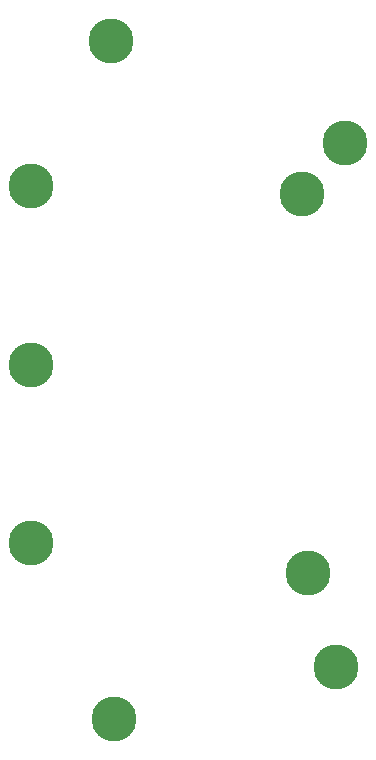
<source format=gtl>
G04 #@! TF.GenerationSoftware,KiCad,Pcbnew,(6.0.0)*
G04 #@! TF.CreationDate,2021-12-31T23:16:07+08:00*
G04 #@! TF.ProjectId,Trackpoint buttons,54726163-6b70-46f6-996e-742062757474,rev?*
G04 #@! TF.SameCoordinates,Original*
G04 #@! TF.FileFunction,Copper,L1,Top*
G04 #@! TF.FilePolarity,Positive*
%FSLAX46Y46*%
G04 Gerber Fmt 4.6, Leading zero omitted, Abs format (unit mm)*
G04 Created by KiCad (PCBNEW (6.0.0)) date 2021-12-31 23:16:07*
%MOMM*%
%LPD*%
G01*
G04 APERTURE LIST*
G04 #@! TA.AperFunction,ComponentPad*
%ADD10C,3.800000*%
G04 #@! TD*
G04 APERTURE END LIST*
D10*
X65770000Y-73910000D03*
X65770000Y-43640000D03*
X65770000Y-58775000D03*
X89160000Y-76420000D03*
X88660000Y-44370000D03*
X91574880Y-84427500D03*
X72734880Y-88827500D03*
X72504880Y-31347500D03*
X92334880Y-40000000D03*
M02*

</source>
